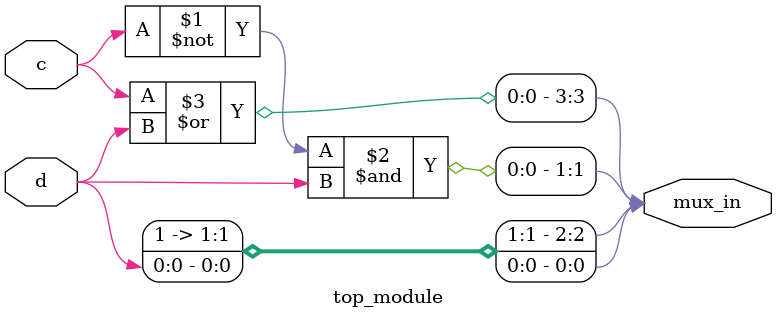
<source format=sv>
module top_module (
    input c,
    input d,
    output [3:0] mux_in
);

    // Assign values based on the provided Karnaugh map

    // ab = 00
    assign mux_in[0] = d;

    // ab = 01
    assign mux_in[1] = ~c & d;

    // ab = 11
    assign mux_in[3] = c | d;

    // ab = 10
    assign mux_in[2] = 1;

endmodule

</source>
